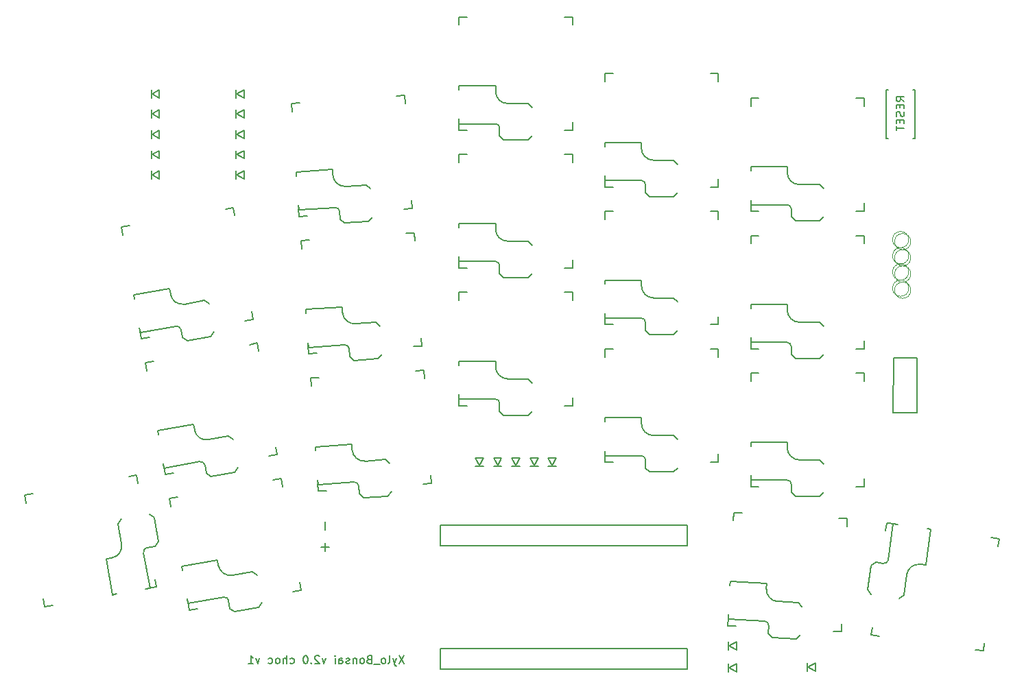
<source format=gbr>
%TF.GenerationSoftware,KiCad,Pcbnew,9.0.0*%
%TF.CreationDate,2025-05-15T16:18:32+09:00*%
%TF.ProjectId,xylo,78796c6f-2e6b-4696-9361-645f70636258,rev?*%
%TF.SameCoordinates,Original*%
%TF.FileFunction,Legend,Bot*%
%TF.FilePolarity,Positive*%
%FSLAX46Y46*%
G04 Gerber Fmt 4.6, Leading zero omitted, Abs format (unit mm)*
G04 Created by KiCad (PCBNEW 9.0.0) date 2025-05-15 16:18:32*
%MOMM*%
%LPD*%
G01*
G04 APERTURE LIST*
%ADD10C,0.200000*%
%ADD11C,0.150000*%
%ADD12C,0.100000*%
G04 APERTURE END LIST*
D10*
X186225564Y-137867219D02*
X185558898Y-138867219D01*
X185558898Y-137867219D02*
X186225564Y-138867219D01*
X185273183Y-138200552D02*
X185035088Y-138867219D01*
X184796993Y-138200552D02*
X185035088Y-138867219D01*
X185035088Y-138867219D02*
X185130326Y-139105314D01*
X185130326Y-139105314D02*
X185177945Y-139152933D01*
X185177945Y-139152933D02*
X185273183Y-139200552D01*
X184273183Y-138867219D02*
X184368421Y-138819600D01*
X184368421Y-138819600D02*
X184416040Y-138724361D01*
X184416040Y-138724361D02*
X184416040Y-137867219D01*
X183749373Y-138867219D02*
X183844611Y-138819600D01*
X183844611Y-138819600D02*
X183892230Y-138771980D01*
X183892230Y-138771980D02*
X183939849Y-138676742D01*
X183939849Y-138676742D02*
X183939849Y-138391028D01*
X183939849Y-138391028D02*
X183892230Y-138295790D01*
X183892230Y-138295790D02*
X183844611Y-138248171D01*
X183844611Y-138248171D02*
X183749373Y-138200552D01*
X183749373Y-138200552D02*
X183606516Y-138200552D01*
X183606516Y-138200552D02*
X183511278Y-138248171D01*
X183511278Y-138248171D02*
X183463659Y-138295790D01*
X183463659Y-138295790D02*
X183416040Y-138391028D01*
X183416040Y-138391028D02*
X183416040Y-138676742D01*
X183416040Y-138676742D02*
X183463659Y-138771980D01*
X183463659Y-138771980D02*
X183511278Y-138819600D01*
X183511278Y-138819600D02*
X183606516Y-138867219D01*
X183606516Y-138867219D02*
X183749373Y-138867219D01*
X183225564Y-138962457D02*
X182463659Y-138962457D01*
X181892230Y-138343409D02*
X181749373Y-138391028D01*
X181749373Y-138391028D02*
X181701754Y-138438647D01*
X181701754Y-138438647D02*
X181654135Y-138533885D01*
X181654135Y-138533885D02*
X181654135Y-138676742D01*
X181654135Y-138676742D02*
X181701754Y-138771980D01*
X181701754Y-138771980D02*
X181749373Y-138819600D01*
X181749373Y-138819600D02*
X181844611Y-138867219D01*
X181844611Y-138867219D02*
X182225563Y-138867219D01*
X182225563Y-138867219D02*
X182225563Y-137867219D01*
X182225563Y-137867219D02*
X181892230Y-137867219D01*
X181892230Y-137867219D02*
X181796992Y-137914838D01*
X181796992Y-137914838D02*
X181749373Y-137962457D01*
X181749373Y-137962457D02*
X181701754Y-138057695D01*
X181701754Y-138057695D02*
X181701754Y-138152933D01*
X181701754Y-138152933D02*
X181749373Y-138248171D01*
X181749373Y-138248171D02*
X181796992Y-138295790D01*
X181796992Y-138295790D02*
X181892230Y-138343409D01*
X181892230Y-138343409D02*
X182225563Y-138343409D01*
X181082706Y-138867219D02*
X181177944Y-138819600D01*
X181177944Y-138819600D02*
X181225563Y-138771980D01*
X181225563Y-138771980D02*
X181273182Y-138676742D01*
X181273182Y-138676742D02*
X181273182Y-138391028D01*
X181273182Y-138391028D02*
X181225563Y-138295790D01*
X181225563Y-138295790D02*
X181177944Y-138248171D01*
X181177944Y-138248171D02*
X181082706Y-138200552D01*
X181082706Y-138200552D02*
X180939849Y-138200552D01*
X180939849Y-138200552D02*
X180844611Y-138248171D01*
X180844611Y-138248171D02*
X180796992Y-138295790D01*
X180796992Y-138295790D02*
X180749373Y-138391028D01*
X180749373Y-138391028D02*
X180749373Y-138676742D01*
X180749373Y-138676742D02*
X180796992Y-138771980D01*
X180796992Y-138771980D02*
X180844611Y-138819600D01*
X180844611Y-138819600D02*
X180939849Y-138867219D01*
X180939849Y-138867219D02*
X181082706Y-138867219D01*
X180320801Y-138200552D02*
X180320801Y-138867219D01*
X180320801Y-138295790D02*
X180273182Y-138248171D01*
X180273182Y-138248171D02*
X180177944Y-138200552D01*
X180177944Y-138200552D02*
X180035087Y-138200552D01*
X180035087Y-138200552D02*
X179939849Y-138248171D01*
X179939849Y-138248171D02*
X179892230Y-138343409D01*
X179892230Y-138343409D02*
X179892230Y-138867219D01*
X179463658Y-138819600D02*
X179368420Y-138867219D01*
X179368420Y-138867219D02*
X179177944Y-138867219D01*
X179177944Y-138867219D02*
X179082706Y-138819600D01*
X179082706Y-138819600D02*
X179035087Y-138724361D01*
X179035087Y-138724361D02*
X179035087Y-138676742D01*
X179035087Y-138676742D02*
X179082706Y-138581504D01*
X179082706Y-138581504D02*
X179177944Y-138533885D01*
X179177944Y-138533885D02*
X179320801Y-138533885D01*
X179320801Y-138533885D02*
X179416039Y-138486266D01*
X179416039Y-138486266D02*
X179463658Y-138391028D01*
X179463658Y-138391028D02*
X179463658Y-138343409D01*
X179463658Y-138343409D02*
X179416039Y-138248171D01*
X179416039Y-138248171D02*
X179320801Y-138200552D01*
X179320801Y-138200552D02*
X179177944Y-138200552D01*
X179177944Y-138200552D02*
X179082706Y-138248171D01*
X178177944Y-138867219D02*
X178177944Y-138343409D01*
X178177944Y-138343409D02*
X178225563Y-138248171D01*
X178225563Y-138248171D02*
X178320801Y-138200552D01*
X178320801Y-138200552D02*
X178511277Y-138200552D01*
X178511277Y-138200552D02*
X178606515Y-138248171D01*
X178177944Y-138819600D02*
X178273182Y-138867219D01*
X178273182Y-138867219D02*
X178511277Y-138867219D01*
X178511277Y-138867219D02*
X178606515Y-138819600D01*
X178606515Y-138819600D02*
X178654134Y-138724361D01*
X178654134Y-138724361D02*
X178654134Y-138629123D01*
X178654134Y-138629123D02*
X178606515Y-138533885D01*
X178606515Y-138533885D02*
X178511277Y-138486266D01*
X178511277Y-138486266D02*
X178273182Y-138486266D01*
X178273182Y-138486266D02*
X178177944Y-138438647D01*
X177701753Y-138867219D02*
X177701753Y-138200552D01*
X177701753Y-137867219D02*
X177749372Y-137914838D01*
X177749372Y-137914838D02*
X177701753Y-137962457D01*
X177701753Y-137962457D02*
X177654134Y-137914838D01*
X177654134Y-137914838D02*
X177701753Y-137867219D01*
X177701753Y-137867219D02*
X177701753Y-137962457D01*
X176558896Y-138200552D02*
X176320801Y-138867219D01*
X176320801Y-138867219D02*
X176082706Y-138200552D01*
X175749372Y-137962457D02*
X175701753Y-137914838D01*
X175701753Y-137914838D02*
X175606515Y-137867219D01*
X175606515Y-137867219D02*
X175368420Y-137867219D01*
X175368420Y-137867219D02*
X175273182Y-137914838D01*
X175273182Y-137914838D02*
X175225563Y-137962457D01*
X175225563Y-137962457D02*
X175177944Y-138057695D01*
X175177944Y-138057695D02*
X175177944Y-138152933D01*
X175177944Y-138152933D02*
X175225563Y-138295790D01*
X175225563Y-138295790D02*
X175796991Y-138867219D01*
X175796991Y-138867219D02*
X175177944Y-138867219D01*
X174749372Y-138771980D02*
X174701753Y-138819600D01*
X174701753Y-138819600D02*
X174749372Y-138867219D01*
X174749372Y-138867219D02*
X174796991Y-138819600D01*
X174796991Y-138819600D02*
X174749372Y-138771980D01*
X174749372Y-138771980D02*
X174749372Y-138867219D01*
X174082706Y-137867219D02*
X173987468Y-137867219D01*
X173987468Y-137867219D02*
X173892230Y-137914838D01*
X173892230Y-137914838D02*
X173844611Y-137962457D01*
X173844611Y-137962457D02*
X173796992Y-138057695D01*
X173796992Y-138057695D02*
X173749373Y-138248171D01*
X173749373Y-138248171D02*
X173749373Y-138486266D01*
X173749373Y-138486266D02*
X173796992Y-138676742D01*
X173796992Y-138676742D02*
X173844611Y-138771980D01*
X173844611Y-138771980D02*
X173892230Y-138819600D01*
X173892230Y-138819600D02*
X173987468Y-138867219D01*
X173987468Y-138867219D02*
X174082706Y-138867219D01*
X174082706Y-138867219D02*
X174177944Y-138819600D01*
X174177944Y-138819600D02*
X174225563Y-138771980D01*
X174225563Y-138771980D02*
X174273182Y-138676742D01*
X174273182Y-138676742D02*
X174320801Y-138486266D01*
X174320801Y-138486266D02*
X174320801Y-138248171D01*
X174320801Y-138248171D02*
X174273182Y-138057695D01*
X174273182Y-138057695D02*
X174225563Y-137962457D01*
X174225563Y-137962457D02*
X174177944Y-137914838D01*
X174177944Y-137914838D02*
X174082706Y-137867219D01*
X172130325Y-138819600D02*
X172225563Y-138867219D01*
X172225563Y-138867219D02*
X172416039Y-138867219D01*
X172416039Y-138867219D02*
X172511277Y-138819600D01*
X172511277Y-138819600D02*
X172558896Y-138771980D01*
X172558896Y-138771980D02*
X172606515Y-138676742D01*
X172606515Y-138676742D02*
X172606515Y-138391028D01*
X172606515Y-138391028D02*
X172558896Y-138295790D01*
X172558896Y-138295790D02*
X172511277Y-138248171D01*
X172511277Y-138248171D02*
X172416039Y-138200552D01*
X172416039Y-138200552D02*
X172225563Y-138200552D01*
X172225563Y-138200552D02*
X172130325Y-138248171D01*
X171701753Y-138867219D02*
X171701753Y-137867219D01*
X171273182Y-138867219D02*
X171273182Y-138343409D01*
X171273182Y-138343409D02*
X171320801Y-138248171D01*
X171320801Y-138248171D02*
X171416039Y-138200552D01*
X171416039Y-138200552D02*
X171558896Y-138200552D01*
X171558896Y-138200552D02*
X171654134Y-138248171D01*
X171654134Y-138248171D02*
X171701753Y-138295790D01*
X170654134Y-138867219D02*
X170749372Y-138819600D01*
X170749372Y-138819600D02*
X170796991Y-138771980D01*
X170796991Y-138771980D02*
X170844610Y-138676742D01*
X170844610Y-138676742D02*
X170844610Y-138391028D01*
X170844610Y-138391028D02*
X170796991Y-138295790D01*
X170796991Y-138295790D02*
X170749372Y-138248171D01*
X170749372Y-138248171D02*
X170654134Y-138200552D01*
X170654134Y-138200552D02*
X170511277Y-138200552D01*
X170511277Y-138200552D02*
X170416039Y-138248171D01*
X170416039Y-138248171D02*
X170368420Y-138295790D01*
X170368420Y-138295790D02*
X170320801Y-138391028D01*
X170320801Y-138391028D02*
X170320801Y-138676742D01*
X170320801Y-138676742D02*
X170368420Y-138771980D01*
X170368420Y-138771980D02*
X170416039Y-138819600D01*
X170416039Y-138819600D02*
X170511277Y-138867219D01*
X170511277Y-138867219D02*
X170654134Y-138867219D01*
X169463658Y-138819600D02*
X169558896Y-138867219D01*
X169558896Y-138867219D02*
X169749372Y-138867219D01*
X169749372Y-138867219D02*
X169844610Y-138819600D01*
X169844610Y-138819600D02*
X169892229Y-138771980D01*
X169892229Y-138771980D02*
X169939848Y-138676742D01*
X169939848Y-138676742D02*
X169939848Y-138391028D01*
X169939848Y-138391028D02*
X169892229Y-138295790D01*
X169892229Y-138295790D02*
X169844610Y-138248171D01*
X169844610Y-138248171D02*
X169749372Y-138200552D01*
X169749372Y-138200552D02*
X169558896Y-138200552D01*
X169558896Y-138200552D02*
X169463658Y-138248171D01*
X168368419Y-138200552D02*
X168130324Y-138867219D01*
X168130324Y-138867219D02*
X167892229Y-138200552D01*
X166987467Y-138867219D02*
X167558895Y-138867219D01*
X167273181Y-138867219D02*
X167273181Y-137867219D01*
X167273181Y-137867219D02*
X167368419Y-138010076D01*
X167368419Y-138010076D02*
X167463657Y-138105314D01*
X167463657Y-138105314D02*
X167558895Y-138152933D01*
D11*
X247954819Y-69420618D02*
X247478628Y-69087285D01*
X247954819Y-68849190D02*
X246954819Y-68849190D01*
X246954819Y-68849190D02*
X246954819Y-69230142D01*
X246954819Y-69230142D02*
X247002438Y-69325380D01*
X247002438Y-69325380D02*
X247050057Y-69372999D01*
X247050057Y-69372999D02*
X247145295Y-69420618D01*
X247145295Y-69420618D02*
X247288152Y-69420618D01*
X247288152Y-69420618D02*
X247383390Y-69372999D01*
X247383390Y-69372999D02*
X247431009Y-69325380D01*
X247431009Y-69325380D02*
X247478628Y-69230142D01*
X247478628Y-69230142D02*
X247478628Y-68849190D01*
X247431009Y-69849190D02*
X247431009Y-70182523D01*
X247954819Y-70325380D02*
X247954819Y-69849190D01*
X247954819Y-69849190D02*
X246954819Y-69849190D01*
X246954819Y-69849190D02*
X246954819Y-70325380D01*
X247907200Y-70706333D02*
X247954819Y-70849190D01*
X247954819Y-70849190D02*
X247954819Y-71087285D01*
X247954819Y-71087285D02*
X247907200Y-71182523D01*
X247907200Y-71182523D02*
X247859580Y-71230142D01*
X247859580Y-71230142D02*
X247764342Y-71277761D01*
X247764342Y-71277761D02*
X247669104Y-71277761D01*
X247669104Y-71277761D02*
X247573866Y-71230142D01*
X247573866Y-71230142D02*
X247526247Y-71182523D01*
X247526247Y-71182523D02*
X247478628Y-71087285D01*
X247478628Y-71087285D02*
X247431009Y-70896809D01*
X247431009Y-70896809D02*
X247383390Y-70801571D01*
X247383390Y-70801571D02*
X247335771Y-70753952D01*
X247335771Y-70753952D02*
X247240533Y-70706333D01*
X247240533Y-70706333D02*
X247145295Y-70706333D01*
X247145295Y-70706333D02*
X247050057Y-70753952D01*
X247050057Y-70753952D02*
X247002438Y-70801571D01*
X247002438Y-70801571D02*
X246954819Y-70896809D01*
X246954819Y-70896809D02*
X246954819Y-71134904D01*
X246954819Y-71134904D02*
X247002438Y-71277761D01*
X247431009Y-71706333D02*
X247431009Y-72039666D01*
X247954819Y-72182523D02*
X247954819Y-71706333D01*
X247954819Y-71706333D02*
X246954819Y-71706333D01*
X246954819Y-71706333D02*
X246954819Y-72182523D01*
X246954819Y-72468238D02*
X246954819Y-73039666D01*
X247954819Y-72753952D02*
X246954819Y-72753952D01*
%TO.C,D1*%
X155000000Y-69000000D02*
X155000000Y-68000000D01*
X155100000Y-68500000D02*
X156000000Y-69000000D01*
X156000000Y-68000000D02*
X155100000Y-68500000D01*
X156000000Y-69000000D02*
X156000000Y-68000000D01*
%TO.C,SW2*%
X172285756Y-69680347D02*
X173283320Y-69610587D01*
X172355513Y-70677911D02*
X172285756Y-69680347D01*
X172878686Y-78159641D02*
X172913565Y-78658423D01*
X173164688Y-82249654D02*
X173206542Y-82848192D01*
X173206542Y-82848192D02*
X177695580Y-82534288D01*
X173262347Y-83646244D02*
X173192587Y-82648680D01*
X174259911Y-83576487D02*
X173262347Y-83646244D01*
X177367725Y-77845737D02*
X172878686Y-78159641D01*
X177416554Y-78544032D02*
X177367725Y-77845737D01*
X178229240Y-82998192D02*
X178298997Y-83995756D01*
X178832657Y-84459660D02*
X178298997Y-83995756D01*
X181511445Y-79761352D02*
X179017535Y-79935743D01*
X181825349Y-84250391D02*
X178832657Y-84459660D01*
X182045105Y-80225256D02*
X181511445Y-79761352D01*
X182289253Y-83716730D02*
X181825349Y-84250391D01*
X185254089Y-68773513D02*
X186251653Y-68703756D01*
X186251653Y-68703756D02*
X186321413Y-69701320D01*
X187158487Y-81672089D02*
X187228244Y-82669653D01*
X187228244Y-82669653D02*
X186230680Y-82739413D01*
X177695580Y-82534288D02*
G75*
G02*
X178229240Y-82998192I34877J-498783D01*
G01*
X179017535Y-79935743D02*
G75*
G02*
X177416554Y-78544032I-104634J1496347D01*
G01*
%TO.C,D17*%
X226250000Y-139900000D02*
X226250000Y-138900000D01*
X226350000Y-139400000D02*
X227250000Y-139900000D01*
X227250000Y-138900000D02*
X226350000Y-139400000D01*
X227250000Y-139900000D02*
X227250000Y-138900000D01*
%TO.C,SW9*%
X211000000Y-83000000D02*
X212000000Y-83000000D01*
X211000000Y-84000000D02*
X211000000Y-83000000D01*
X211000000Y-91500000D02*
X211000000Y-92000000D01*
X211000000Y-95600000D02*
X211000000Y-96200000D01*
X211000000Y-96200000D02*
X215500000Y-96200000D01*
X211000000Y-97000000D02*
X211000000Y-96000000D01*
X212000000Y-97000000D02*
X211000000Y-97000000D01*
X215500000Y-91500000D02*
X211000000Y-91500000D01*
X215500000Y-92200000D02*
X215500000Y-91500000D01*
X216000000Y-96700000D02*
X216000000Y-97700000D01*
X216500000Y-98200000D02*
X216000000Y-97700000D01*
X219500000Y-93700000D02*
X217000000Y-93700000D01*
X219500000Y-98200000D02*
X216500000Y-98200000D01*
X220000000Y-94200000D02*
X219500000Y-93700000D01*
X220000000Y-97700000D02*
X219500000Y-98200000D01*
X224000000Y-83000000D02*
X225000000Y-83000000D01*
X225000000Y-83000000D02*
X225000000Y-84000000D01*
X225000000Y-96000000D02*
X225000000Y-97000000D01*
X225000000Y-97000000D02*
X224000000Y-97000000D01*
X215500000Y-96200000D02*
G75*
G02*
X216000000Y-96700000I-1J-500001D01*
G01*
X217000000Y-93700000D02*
G75*
G02*
X215500000Y-92200000I1J1500001D01*
G01*
%TO.C,SW16*%
X139408808Y-118049883D02*
X140393616Y-117876235D01*
X139582457Y-119034691D02*
X139408808Y-118049883D01*
X141839883Y-131837192D02*
X141666235Y-130852384D01*
X142824691Y-131663543D02*
X141839883Y-131837192D01*
X149429332Y-125929547D02*
X150210749Y-130361182D01*
X150118698Y-125807993D02*
X149429332Y-125929547D01*
X150210749Y-130361182D02*
X150703153Y-130274358D01*
X150901316Y-121608290D02*
X151335437Y-124070309D01*
X151306896Y-121029062D02*
X150901316Y-121608290D01*
X152211309Y-115792457D02*
X153196117Y-115618808D01*
X153196117Y-115618808D02*
X153369765Y-116603616D01*
X154248461Y-129649224D02*
X154839345Y-129545036D01*
X154463508Y-124534173D02*
X155448316Y-124360525D01*
X154753723Y-120421294D02*
X155332951Y-120826873D01*
X154839345Y-129545036D02*
X154057929Y-125113401D01*
X155332951Y-120826873D02*
X155853896Y-123781297D01*
X155453543Y-128421309D02*
X155627192Y-129406117D01*
X155627192Y-129406117D02*
X154642384Y-129579765D01*
X155853896Y-123781297D02*
X155448316Y-124360525D01*
X151335437Y-124070309D02*
G75*
G02*
X150118698Y-125807994I-1477213J-260472D01*
G01*
X154057929Y-125113401D02*
G75*
G02*
X154463508Y-124534172I492405J86824D01*
G01*
%TO.C,D4*%
X155000000Y-76500000D02*
X155000000Y-75500000D01*
X155100000Y-76000000D02*
X156000000Y-76500000D01*
X156000000Y-75500000D02*
X155100000Y-76000000D01*
X156000000Y-76500000D02*
X156000000Y-75500000D01*
%TO.C,SW5*%
X229000000Y-69000000D02*
X230000000Y-69000000D01*
X229000000Y-70000000D02*
X229000000Y-69000000D01*
X229000000Y-77500000D02*
X229000000Y-78000000D01*
X229000000Y-81600000D02*
X229000000Y-82200000D01*
X229000000Y-82200000D02*
X233500000Y-82200000D01*
X229000000Y-83000000D02*
X229000000Y-82000000D01*
X230000000Y-83000000D02*
X229000000Y-83000000D01*
X233500000Y-77500000D02*
X229000000Y-77500000D01*
X233500000Y-78200000D02*
X233500000Y-77500000D01*
X234000000Y-82700000D02*
X234000000Y-83700000D01*
X234500000Y-84200000D02*
X234000000Y-83700000D01*
X237500000Y-79700000D02*
X235000000Y-79700000D01*
X237500000Y-84200000D02*
X234500000Y-84200000D01*
X238000000Y-80200000D02*
X237500000Y-79700000D01*
X238000000Y-83700000D02*
X237500000Y-84200000D01*
X242000000Y-69000000D02*
X243000000Y-69000000D01*
X243000000Y-69000000D02*
X243000000Y-70000000D01*
X243000000Y-82000000D02*
X243000000Y-83000000D01*
X243000000Y-83000000D02*
X242000000Y-83000000D01*
X233500000Y-82200000D02*
G75*
G02*
X234000000Y-82700000I-1J-500001D01*
G01*
X235000000Y-79700000D02*
G75*
G02*
X233500000Y-78200000I1J1500001D01*
G01*
%TO.C,SW12*%
X174657756Y-103598347D02*
X175655320Y-103528587D01*
X174727513Y-104595911D02*
X174657756Y-103598347D01*
X175250686Y-112077641D02*
X175285565Y-112576423D01*
X175536688Y-116167654D02*
X175578542Y-116766192D01*
X175578542Y-116766192D02*
X180067580Y-116452288D01*
X175634347Y-117564244D02*
X175564587Y-116566680D01*
X176631911Y-117494487D02*
X175634347Y-117564244D01*
X179739725Y-111763737D02*
X175250686Y-112077641D01*
X179788554Y-112462032D02*
X179739725Y-111763737D01*
X180601240Y-116916192D02*
X180670997Y-117913756D01*
X181204657Y-118377660D02*
X180670997Y-117913756D01*
X183883445Y-113679352D02*
X181389535Y-113853743D01*
X184197349Y-118168391D02*
X181204657Y-118377660D01*
X184417105Y-114143256D02*
X183883445Y-113679352D01*
X184661253Y-117634730D02*
X184197349Y-118168391D01*
X187626089Y-102691513D02*
X188623653Y-102621756D01*
X188623653Y-102621756D02*
X188693413Y-103619320D01*
X189530487Y-115590089D02*
X189600244Y-116587653D01*
X189600244Y-116587653D02*
X188602680Y-116657413D01*
X180067580Y-116452288D02*
G75*
G02*
X180601240Y-116916192I34877J-498783D01*
G01*
X181389535Y-113853743D02*
G75*
G02*
X179788554Y-112462032I-104634J1496347D01*
G01*
%TO.C,SW7*%
X173471756Y-86639347D02*
X174469320Y-86569587D01*
X173541513Y-87636911D02*
X173471756Y-86639347D01*
X174064686Y-95118641D02*
X174099565Y-95617423D01*
X174350688Y-99208654D02*
X174392542Y-99807192D01*
X174392542Y-99807192D02*
X178881580Y-99493288D01*
X174448347Y-100605244D02*
X174378587Y-99607680D01*
X175445911Y-100535487D02*
X174448347Y-100605244D01*
X178553725Y-94804737D02*
X174064686Y-95118641D01*
X178602554Y-95503032D02*
X178553725Y-94804737D01*
X179415240Y-99957192D02*
X179484997Y-100954756D01*
X180018657Y-101418660D02*
X179484997Y-100954756D01*
X182697445Y-96720352D02*
X180203535Y-96894743D01*
X183011349Y-101209391D02*
X180018657Y-101418660D01*
X183231105Y-97184256D02*
X182697445Y-96720352D01*
X183475253Y-100675730D02*
X183011349Y-101209391D01*
X186440089Y-85732513D02*
X187437653Y-85662756D01*
X187437653Y-85662756D02*
X187507413Y-86660320D01*
X188344487Y-98631089D02*
X188414244Y-99628653D01*
X188414244Y-99628653D02*
X187416680Y-99698413D01*
X178881580Y-99493288D02*
G75*
G02*
X179415240Y-99957192I34877J-498783D01*
G01*
X180203535Y-96894743D02*
G75*
G02*
X178602554Y-95503032I-104634J1496347D01*
G01*
%TO.C,SW11*%
X157250808Y-118457883D02*
X158235616Y-118284235D01*
X157424457Y-119442691D02*
X157250808Y-118457883D01*
X158726818Y-126828749D02*
X158813642Y-127321153D01*
X159438776Y-130866461D02*
X159542964Y-131457345D01*
X159542964Y-131457345D02*
X163974599Y-130675929D01*
X159681883Y-132245192D02*
X159508235Y-131260384D01*
X160666691Y-132071543D02*
X159681883Y-132245192D01*
X163158453Y-126047332D02*
X158726818Y-126828749D01*
X163280007Y-126736698D02*
X163158453Y-126047332D01*
X164553827Y-131081508D02*
X164727475Y-132066316D01*
X165306703Y-132471896D02*
X164727475Y-132066316D01*
X167479710Y-127519316D02*
X165017691Y-127953437D01*
X168058938Y-127924896D02*
X167479710Y-127519316D01*
X168261127Y-131950951D02*
X165306703Y-132471896D01*
X168666706Y-131371723D02*
X168261127Y-131950951D01*
X170053309Y-116200457D02*
X171038117Y-116026808D01*
X171038117Y-116026808D02*
X171211765Y-117011616D01*
X173295543Y-128829309D02*
X173469192Y-129814117D01*
X173469192Y-129814117D02*
X172484384Y-129987765D01*
X163974599Y-130675929D02*
G75*
G02*
X164553828Y-131081508I86824J-492405D01*
G01*
X165017691Y-127953437D02*
G75*
G02*
X163280006Y-126736698I-260472J1477213D01*
G01*
%TO.C,D9*%
X165475000Y-76500000D02*
X165475000Y-75500000D01*
X165575000Y-76000000D02*
X166475000Y-76500000D01*
X166475000Y-75500000D02*
X165575000Y-76000000D01*
X166475000Y-76500000D02*
X166475000Y-75500000D01*
%TO.C,PSW1*%
X246580000Y-107850000D02*
X249480000Y-107850000D01*
X246630000Y-101100000D02*
X246580000Y-107850000D01*
X249480000Y-101100000D02*
X246630000Y-101100000D01*
X249480000Y-107850000D02*
X249480000Y-101100000D01*
%TO.C,SW18*%
X243436042Y-129739183D02*
X243853560Y-126768378D01*
X243853560Y-126768378D02*
X244418282Y-126342831D01*
X243858912Y-135352665D02*
X243998085Y-134362397D01*
X243861590Y-130303903D02*
X243436042Y-129739183D01*
X244849180Y-135491838D02*
X243858912Y-135352665D01*
X245408550Y-126482004D02*
X244418282Y-126342831D01*
X245668162Y-122479180D02*
X245807335Y-121488912D01*
X245807335Y-121488912D02*
X246797603Y-121628085D01*
X246599550Y-121600250D02*
X245973271Y-126056457D01*
X247193711Y-121683754D02*
X246599550Y-121600250D01*
X247327528Y-130791009D02*
X247892248Y-130365462D01*
X247892248Y-130365462D02*
X248240181Y-127889791D01*
X249934343Y-126613149D02*
X250627531Y-126710570D01*
X250627531Y-126710570D02*
X251253810Y-122254364D01*
X251253810Y-122254364D02*
X250758676Y-122184777D01*
X257722665Y-137301088D02*
X256732397Y-137161915D01*
X257861838Y-136310820D02*
X257722665Y-137301088D01*
X258680820Y-123298162D02*
X259671088Y-123437335D01*
X259671088Y-123437335D02*
X259531915Y-124427603D01*
X245973271Y-126056457D02*
G75*
G02*
X245408550Y-126482004I-495135J69588D01*
G01*
X248240181Y-127889791D02*
G75*
G02*
X249934343Y-126613149I1485403J-208761D01*
G01*
%TO.C,D16*%
X226250000Y-137200000D02*
X226250000Y-136200000D01*
X226350000Y-136700000D02*
X227250000Y-137200000D01*
X227250000Y-136200000D02*
X226350000Y-136700000D01*
X227250000Y-137200000D02*
X227250000Y-136200000D01*
%TO.C,SW6*%
X154298808Y-101715883D02*
X155283616Y-101542235D01*
X154472457Y-102700691D02*
X154298808Y-101715883D01*
X155774818Y-110086749D02*
X155861642Y-110579153D01*
X156486776Y-114124461D02*
X156590964Y-114715345D01*
X156590964Y-114715345D02*
X161022599Y-113933929D01*
X156729883Y-115503192D02*
X156556235Y-114518384D01*
X157714691Y-115329543D02*
X156729883Y-115503192D01*
X160206453Y-109305332D02*
X155774818Y-110086749D01*
X160328007Y-109994698D02*
X160206453Y-109305332D01*
X161601827Y-114339508D02*
X161775475Y-115324316D01*
X162354703Y-115729896D02*
X161775475Y-115324316D01*
X164527710Y-110777316D02*
X162065691Y-111211437D01*
X165106938Y-111182896D02*
X164527710Y-110777316D01*
X165309127Y-115208951D02*
X162354703Y-115729896D01*
X165714706Y-114629723D02*
X165309127Y-115208951D01*
X167101309Y-99458457D02*
X168086117Y-99284808D01*
X168086117Y-99284808D02*
X168259765Y-100269616D01*
X170343543Y-112087309D02*
X170517192Y-113072117D01*
X170517192Y-113072117D02*
X169532384Y-113245765D01*
X161022599Y-113933929D02*
G75*
G02*
X161601828Y-114339508I86824J-492405D01*
G01*
X162065691Y-111211437D02*
G75*
G02*
X160328006Y-109994698I-260472J1477213D01*
G01*
%TO.C,SW15*%
X229000000Y-103000000D02*
X230000000Y-103000000D01*
X229000000Y-104000000D02*
X229000000Y-103000000D01*
X229000000Y-111500000D02*
X229000000Y-112000000D01*
X229000000Y-115600000D02*
X229000000Y-116200000D01*
X229000000Y-116200000D02*
X233500000Y-116200000D01*
X229000000Y-117000000D02*
X229000000Y-116000000D01*
X230000000Y-117000000D02*
X229000000Y-117000000D01*
X233500000Y-111500000D02*
X229000000Y-111500000D01*
X233500000Y-112200000D02*
X233500000Y-111500000D01*
X234000000Y-116700000D02*
X234000000Y-117700000D01*
X234500000Y-118200000D02*
X234000000Y-117700000D01*
X237500000Y-113700000D02*
X235000000Y-113700000D01*
X237500000Y-118200000D02*
X234500000Y-118200000D01*
X238000000Y-114200000D02*
X237500000Y-113700000D01*
X238000000Y-117700000D02*
X237500000Y-118200000D01*
X242000000Y-103000000D02*
X243000000Y-103000000D01*
X243000000Y-103000000D02*
X243000000Y-104000000D01*
X243000000Y-116000000D02*
X243000000Y-117000000D01*
X243000000Y-117000000D02*
X242000000Y-117000000D01*
X233500000Y-116200000D02*
G75*
G02*
X234000000Y-116700000I-1J-500001D01*
G01*
X235000000Y-113700000D02*
G75*
G02*
X233500000Y-112200000I1J1500001D01*
G01*
%TO.C,D3*%
X155000000Y-74000000D02*
X155000000Y-73000000D01*
X155100000Y-73500000D02*
X156000000Y-74000000D01*
X156000000Y-73000000D02*
X155100000Y-73500000D01*
X156000000Y-74000000D02*
X156000000Y-73000000D01*
%TO.C,SW8*%
X193000000Y-76000000D02*
X194000000Y-76000000D01*
X193000000Y-77000000D02*
X193000000Y-76000000D01*
X193000000Y-84500000D02*
X193000000Y-85000000D01*
X193000000Y-88600000D02*
X193000000Y-89200000D01*
X193000000Y-89200000D02*
X197500000Y-89200000D01*
X193000000Y-90000000D02*
X193000000Y-89000000D01*
X194000000Y-90000000D02*
X193000000Y-90000000D01*
X197500000Y-84500000D02*
X193000000Y-84500000D01*
X197500000Y-85200000D02*
X197500000Y-84500000D01*
X198000000Y-89700000D02*
X198000000Y-90700000D01*
X198500000Y-91200000D02*
X198000000Y-90700000D01*
X201500000Y-86700000D02*
X199000000Y-86700000D01*
X201500000Y-91200000D02*
X198500000Y-91200000D01*
X202000000Y-87200000D02*
X201500000Y-86700000D01*
X202000000Y-90700000D02*
X201500000Y-91200000D01*
X206000000Y-76000000D02*
X207000000Y-76000000D01*
X207000000Y-76000000D02*
X207000000Y-77000000D01*
X207000000Y-89000000D02*
X207000000Y-90000000D01*
X207000000Y-90000000D02*
X206000000Y-90000000D01*
X197500000Y-89200000D02*
G75*
G02*
X198000000Y-89700000I-1J-500001D01*
G01*
X199000000Y-86700000D02*
G75*
G02*
X197500000Y-85200000I1J1500001D01*
G01*
%TO.C,D5*%
X155000000Y-79000000D02*
X155000000Y-78000000D01*
X155100000Y-78500000D02*
X156000000Y-79000000D01*
X156000000Y-78000000D02*
X155100000Y-78500000D01*
X156000000Y-79000000D02*
X156000000Y-78000000D01*
%TO.C,D6*%
X165475000Y-69000000D02*
X165475000Y-68000000D01*
X165575000Y-68500000D02*
X166475000Y-69000000D01*
X166475000Y-68000000D02*
X165575000Y-68500000D01*
X166475000Y-69000000D02*
X166475000Y-68000000D01*
%TO.C,D10*%
X165475000Y-79000000D02*
X165475000Y-78000000D01*
X165575000Y-78500000D02*
X166475000Y-79000000D01*
X166475000Y-78000000D02*
X165575000Y-78500000D01*
X166475000Y-79000000D02*
X166475000Y-78000000D01*
%TO.C,SW4*%
X211000000Y-66000000D02*
X212000000Y-66000000D01*
X211000000Y-67000000D02*
X211000000Y-66000000D01*
X211000000Y-74500000D02*
X211000000Y-75000000D01*
X211000000Y-78600000D02*
X211000000Y-79200000D01*
X211000000Y-79200000D02*
X215500000Y-79200000D01*
X211000000Y-80000000D02*
X211000000Y-79000000D01*
X212000000Y-80000000D02*
X211000000Y-80000000D01*
X215500000Y-74500000D02*
X211000000Y-74500000D01*
X215500000Y-75200000D02*
X215500000Y-74500000D01*
X216000000Y-79700000D02*
X216000000Y-80700000D01*
X216500000Y-81200000D02*
X216000000Y-80700000D01*
X219500000Y-76700000D02*
X217000000Y-76700000D01*
X219500000Y-81200000D02*
X216500000Y-81200000D01*
X220000000Y-77200000D02*
X219500000Y-76700000D01*
X220000000Y-80700000D02*
X219500000Y-81200000D01*
X224000000Y-66000000D02*
X225000000Y-66000000D01*
X225000000Y-66000000D02*
X225000000Y-67000000D01*
X225000000Y-79000000D02*
X225000000Y-80000000D01*
X225000000Y-80000000D02*
X224000000Y-80000000D01*
X215500000Y-79200000D02*
G75*
G02*
X216000000Y-79700000I-1J-500001D01*
G01*
X217000000Y-76700000D02*
G75*
G02*
X215500000Y-75200000I1J1500001D01*
G01*
%TO.C,SW10*%
X229000000Y-86000000D02*
X230000000Y-86000000D01*
X229000000Y-87000000D02*
X229000000Y-86000000D01*
X229000000Y-94500000D02*
X229000000Y-95000000D01*
X229000000Y-98600000D02*
X229000000Y-99200000D01*
X229000000Y-99200000D02*
X233500000Y-99200000D01*
X229000000Y-100000000D02*
X229000000Y-99000000D01*
X230000000Y-100000000D02*
X229000000Y-100000000D01*
X233500000Y-94500000D02*
X229000000Y-94500000D01*
X233500000Y-95200000D02*
X233500000Y-94500000D01*
X234000000Y-99700000D02*
X234000000Y-100700000D01*
X234500000Y-101200000D02*
X234000000Y-100700000D01*
X237500000Y-96700000D02*
X235000000Y-96700000D01*
X237500000Y-101200000D02*
X234500000Y-101200000D01*
X238000000Y-97200000D02*
X237500000Y-96700000D01*
X238000000Y-100700000D02*
X237500000Y-101200000D01*
X242000000Y-86000000D02*
X243000000Y-86000000D01*
X243000000Y-86000000D02*
X243000000Y-87000000D01*
X243000000Y-99000000D02*
X243000000Y-100000000D01*
X243000000Y-100000000D02*
X242000000Y-100000000D01*
X233500000Y-99200000D02*
G75*
G02*
X234000000Y-99700000I-1J-500001D01*
G01*
X235000000Y-96700000D02*
G75*
G02*
X233500000Y-95200000I1J1500001D01*
G01*
%TO.C,D15*%
X204000000Y-113500000D02*
X204500000Y-114400000D01*
X204500000Y-114400000D02*
X205000000Y-113500000D01*
X205000000Y-113500000D02*
X204000000Y-113500000D01*
X205000000Y-114500000D02*
X204000000Y-114500000D01*
%TO.C,D2*%
X155000000Y-71500000D02*
X155000000Y-70500000D01*
X155100000Y-71000000D02*
X156000000Y-71500000D01*
X156000000Y-70500000D02*
X155100000Y-71000000D01*
X156000000Y-71500000D02*
X156000000Y-70500000D01*
%TO.C,D11*%
X195000000Y-113500000D02*
X195500000Y-114400000D01*
X195500000Y-114400000D02*
X196000000Y-113500000D01*
X196000000Y-113500000D02*
X195000000Y-113500000D01*
X196000000Y-114500000D02*
X195000000Y-114500000D01*
D12*
%TO.C,J1*%
X248500000Y-86500000D02*
G75*
G02*
X246500000Y-86500000I-1000000J0D01*
G01*
X246500000Y-86500000D02*
G75*
G02*
X248500000Y-86500000I1000000J0D01*
G01*
X248500000Y-88500000D02*
G75*
G02*
X246500000Y-88500000I-1000000J0D01*
G01*
X246500000Y-88500000D02*
G75*
G02*
X248500000Y-88500000I1000000J0D01*
G01*
X248500000Y-90500000D02*
G75*
G02*
X246500000Y-90500000I-1000000J0D01*
G01*
X246500000Y-90500000D02*
G75*
G02*
X248500000Y-90500000I1000000J0D01*
G01*
X248500000Y-92500000D02*
G75*
G02*
X246500000Y-92500000I-1000000J0D01*
G01*
X246500000Y-92500000D02*
G75*
G02*
X248500000Y-92500000I1000000J0D01*
G01*
X248750000Y-86750000D02*
G75*
G02*
X246750000Y-86750000I-1000000J0D01*
G01*
X246750000Y-86750000D02*
G75*
G02*
X248750000Y-86750000I1000000J0D01*
G01*
X248750000Y-88750000D02*
G75*
G02*
X246750000Y-88750000I-1000000J0D01*
G01*
X246750000Y-88750000D02*
G75*
G02*
X248750000Y-88750000I1000000J0D01*
G01*
X248750000Y-90750000D02*
G75*
G02*
X246750000Y-90750000I-1000000J0D01*
G01*
X246750000Y-90750000D02*
G75*
G02*
X248750000Y-90750000I1000000J0D01*
G01*
X248750000Y-92750000D02*
G75*
G02*
X246750000Y-92750000I-1000000J0D01*
G01*
X246750000Y-92750000D02*
G75*
G02*
X248750000Y-92750000I1000000J0D01*
G01*
D11*
%TO.C,D18*%
X236000000Y-139800000D02*
X236000000Y-138800000D01*
X236100000Y-139300000D02*
X237000000Y-139800000D01*
X237000000Y-138800000D02*
X236100000Y-139300000D01*
X237000000Y-139800000D02*
X237000000Y-138800000D01*
%TO.C,SW3*%
X193000000Y-59000000D02*
X194000000Y-59000000D01*
X193000000Y-60000000D02*
X193000000Y-59000000D01*
X193000000Y-67500000D02*
X193000000Y-68000000D01*
X193000000Y-71600000D02*
X193000000Y-72200000D01*
X193000000Y-72200000D02*
X197500000Y-72200000D01*
X193000000Y-73000000D02*
X193000000Y-72000000D01*
X194000000Y-73000000D02*
X193000000Y-73000000D01*
X197500000Y-67500000D02*
X193000000Y-67500000D01*
X197500000Y-68200000D02*
X197500000Y-67500000D01*
X198000000Y-72700000D02*
X198000000Y-73700000D01*
X198500000Y-74200000D02*
X198000000Y-73700000D01*
X201500000Y-69700000D02*
X199000000Y-69700000D01*
X201500000Y-74200000D02*
X198500000Y-74200000D01*
X202000000Y-70200000D02*
X201500000Y-69700000D01*
X202000000Y-73700000D02*
X201500000Y-74200000D01*
X206000000Y-59000000D02*
X207000000Y-59000000D01*
X207000000Y-59000000D02*
X207000000Y-60000000D01*
X207000000Y-72000000D02*
X207000000Y-73000000D01*
X207000000Y-73000000D02*
X206000000Y-73000000D01*
X197500000Y-72200000D02*
G75*
G02*
X198000000Y-72700000I-1J-500001D01*
G01*
X199000000Y-69700000D02*
G75*
G02*
X197500000Y-68200000I1J1500001D01*
G01*
%TO.C,D14*%
X201750000Y-113500000D02*
X202250000Y-114400000D01*
X202250000Y-114400000D02*
X202750000Y-113500000D01*
X202750000Y-113500000D02*
X201750000Y-113500000D01*
X202750000Y-114500000D02*
X201750000Y-114500000D01*
%TO.C,D13*%
X199500000Y-113500000D02*
X200000000Y-114400000D01*
X200000000Y-114400000D02*
X200500000Y-113500000D01*
X200500000Y-113500000D02*
X199500000Y-113500000D01*
X200500000Y-114500000D02*
X199500000Y-114500000D01*
%TO.C,SW17*%
X226186242Y-134183055D02*
X226238582Y-133184426D01*
X226228110Y-133384151D02*
X230721943Y-133619663D01*
X226259512Y-132784974D02*
X226228110Y-133384151D01*
X226474089Y-128690593D02*
X226447921Y-129189907D01*
X226866609Y-121200871D02*
X226918945Y-120202242D01*
X226918945Y-120202242D02*
X227917574Y-120254582D01*
X227184871Y-134235391D02*
X226186242Y-134183055D01*
X230931287Y-129625145D02*
X230967922Y-128926104D01*
X230967922Y-128926104D02*
X226474089Y-128690593D01*
X231195090Y-134145146D02*
X231142754Y-135143776D01*
X231615901Y-135669258D02*
X231142754Y-135143776D01*
X234611789Y-135826266D02*
X231615901Y-135669258D01*
X234847301Y-131332433D02*
X232350727Y-131201593D01*
X235137272Y-135353119D02*
X234611789Y-135826266D01*
X235320448Y-131857916D02*
X234847301Y-131332433D01*
X239901129Y-120882609D02*
X240899758Y-120934945D01*
X240167055Y-134915758D02*
X239168426Y-134863418D01*
X240219391Y-133917129D02*
X240167055Y-134915758D01*
X240899758Y-120934945D02*
X240847418Y-121933574D01*
X230721943Y-133619663D02*
G75*
G02*
X231195090Y-134145146I-26169J-499316D01*
G01*
X232350727Y-131201593D02*
G75*
G02*
X230931287Y-129625145I78505J1497945D01*
G01*
%TO.C,SW14*%
X211000000Y-100000000D02*
X212000000Y-100000000D01*
X211000000Y-101000000D02*
X211000000Y-100000000D01*
X211000000Y-108500000D02*
X211000000Y-109000000D01*
X211000000Y-112600000D02*
X211000000Y-113200000D01*
X211000000Y-113200000D02*
X215500000Y-113200000D01*
X211000000Y-114000000D02*
X211000000Y-113000000D01*
X212000000Y-114000000D02*
X211000000Y-114000000D01*
X215500000Y-108500000D02*
X211000000Y-108500000D01*
X215500000Y-109200000D02*
X215500000Y-108500000D01*
X216000000Y-113700000D02*
X216000000Y-114700000D01*
X216500000Y-115200000D02*
X216000000Y-114700000D01*
X219500000Y-110700000D02*
X217000000Y-110700000D01*
X219500000Y-115200000D02*
X216500000Y-115200000D01*
X220000000Y-111200000D02*
X219500000Y-110700000D01*
X220000000Y-114700000D02*
X219500000Y-115200000D01*
X224000000Y-100000000D02*
X225000000Y-100000000D01*
X225000000Y-100000000D02*
X225000000Y-101000000D01*
X225000000Y-113000000D02*
X225000000Y-114000000D01*
X225000000Y-114000000D02*
X224000000Y-114000000D01*
X215500000Y-113200000D02*
G75*
G02*
X216000000Y-113700000I-1J-500001D01*
G01*
X217000000Y-110700000D02*
G75*
G02*
X215500000Y-109200000I1J1500001D01*
G01*
%TO.C,U1*%
X190650000Y-121730000D02*
X221130000Y-121730000D01*
X190650000Y-124270000D02*
X190650000Y-121730000D01*
X190650000Y-136970000D02*
X221130000Y-136970000D01*
X190650000Y-139510000D02*
X190650000Y-136970000D01*
X221130000Y-121730000D02*
X221130000Y-124270000D01*
X221130000Y-124270000D02*
X190650000Y-124270000D01*
X221130000Y-136970000D02*
X221130000Y-139510000D01*
X221130000Y-139510000D02*
X190650000Y-139510000D01*
D10*
%TO.C,BT2*%
X176450000Y-122350000D02*
X176450000Y-121350000D01*
X176450000Y-123950000D02*
X176450000Y-124950000D01*
X176950000Y-124450000D02*
X175950000Y-124450000D01*
D11*
%TO.C,D12*%
X197250000Y-113500000D02*
X197750000Y-114400000D01*
X197750000Y-114400000D02*
X198250000Y-113500000D01*
X198250000Y-113500000D02*
X197250000Y-113500000D01*
X198250000Y-114500000D02*
X197250000Y-114500000D01*
%TO.C,RSW1*%
X245750000Y-68000000D02*
X246000000Y-68000000D01*
X245750000Y-74000000D02*
X245750000Y-68000000D01*
X246000000Y-74000000D02*
X245750000Y-74000000D01*
X249000000Y-68000000D02*
X249250000Y-68000000D01*
X249250000Y-68000000D02*
X249250000Y-74000000D01*
X249250000Y-74000000D02*
X249000000Y-74000000D01*
%TO.C,SW1*%
X151346808Y-84973883D02*
X152331616Y-84800235D01*
X151520457Y-85958691D02*
X151346808Y-84973883D01*
X152822818Y-93344749D02*
X152909642Y-93837153D01*
X153534776Y-97382461D02*
X153638964Y-97973345D01*
X153638964Y-97973345D02*
X158070599Y-97191929D01*
X153777883Y-98761192D02*
X153604235Y-97776384D01*
X154762691Y-98587543D02*
X153777883Y-98761192D01*
X157254453Y-92563332D02*
X152822818Y-93344749D01*
X157376007Y-93252698D02*
X157254453Y-92563332D01*
X158649827Y-97597508D02*
X158823475Y-98582316D01*
X159402703Y-98987896D02*
X158823475Y-98582316D01*
X161575710Y-94035316D02*
X159113691Y-94469437D01*
X162154938Y-94440896D02*
X161575710Y-94035316D01*
X162357127Y-98466951D02*
X159402703Y-98987896D01*
X162762706Y-97887723D02*
X162357127Y-98466951D01*
X164149309Y-82716457D02*
X165134117Y-82542808D01*
X165134117Y-82542808D02*
X165307765Y-83527616D01*
X167391543Y-95345309D02*
X167565192Y-96330117D01*
X167565192Y-96330117D02*
X166580384Y-96503765D01*
X158070599Y-97191929D02*
G75*
G02*
X158649828Y-97597508I86824J-492405D01*
G01*
X159113691Y-94469437D02*
G75*
G02*
X157376006Y-93252698I-260472J1477213D01*
G01*
%TO.C,D7*%
X165475000Y-71500000D02*
X165475000Y-70500000D01*
X165575000Y-71000000D02*
X166475000Y-71500000D01*
X166475000Y-70500000D02*
X165575000Y-71000000D01*
X166475000Y-71500000D02*
X166475000Y-70500000D01*
%TO.C,D8*%
X165475000Y-74000000D02*
X165475000Y-73000000D01*
X165575000Y-73500000D02*
X166475000Y-74000000D01*
X166475000Y-73000000D02*
X165575000Y-73500000D01*
X166475000Y-74000000D02*
X166475000Y-73000000D01*
%TO.C,SW13*%
X193000000Y-93000000D02*
X194000000Y-93000000D01*
X193000000Y-94000000D02*
X193000000Y-93000000D01*
X193000000Y-101500000D02*
X193000000Y-102000000D01*
X193000000Y-105600000D02*
X193000000Y-106200000D01*
X193000000Y-106200000D02*
X197500000Y-106200000D01*
X193000000Y-107000000D02*
X193000000Y-106000000D01*
X194000000Y-107000000D02*
X193000000Y-107000000D01*
X197500000Y-101500000D02*
X193000000Y-101500000D01*
X197500000Y-102200000D02*
X197500000Y-101500000D01*
X198000000Y-106700000D02*
X198000000Y-107700000D01*
X198500000Y-108200000D02*
X198000000Y-107700000D01*
X201500000Y-103700000D02*
X199000000Y-103700000D01*
X201500000Y-108200000D02*
X198500000Y-108200000D01*
X202000000Y-104200000D02*
X201500000Y-103700000D01*
X202000000Y-107700000D02*
X201500000Y-108200000D01*
X206000000Y-93000000D02*
X207000000Y-93000000D01*
X207000000Y-93000000D02*
X207000000Y-94000000D01*
X207000000Y-106000000D02*
X207000000Y-107000000D01*
X207000000Y-107000000D02*
X206000000Y-107000000D01*
X197500000Y-106200000D02*
G75*
G02*
X198000000Y-106700000I-1J-500001D01*
G01*
X199000000Y-103700000D02*
G75*
G02*
X197500000Y-102200000I1J1500001D01*
G01*
%TD*%
M02*

</source>
